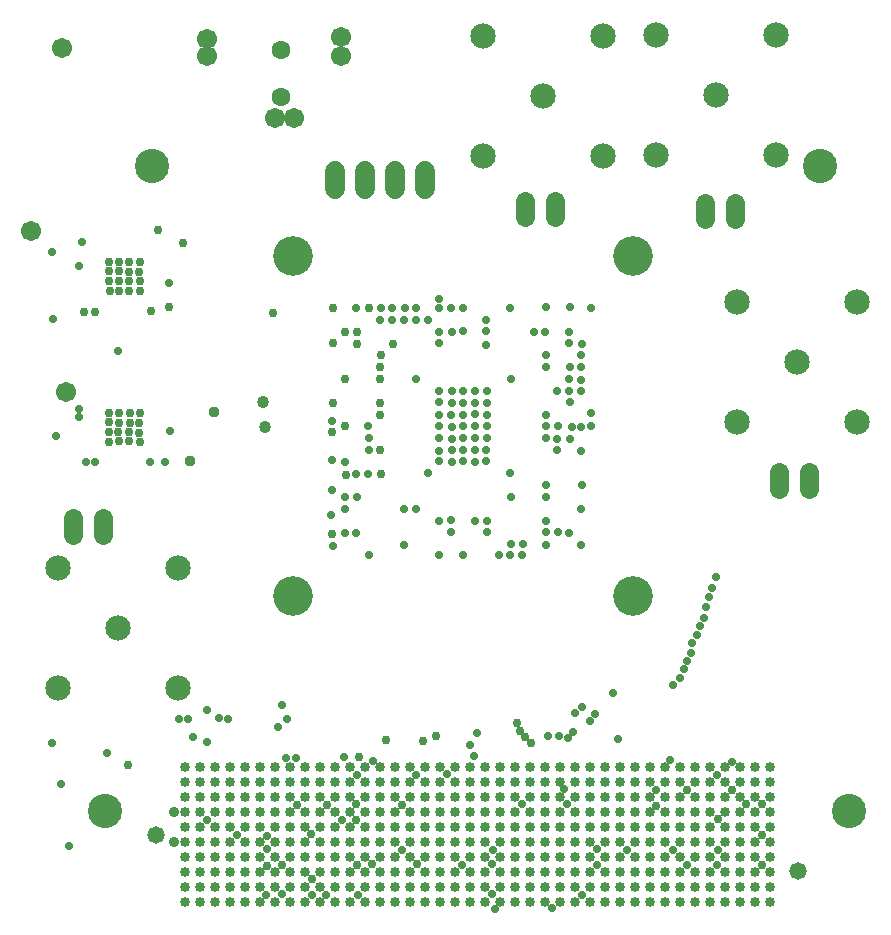
<source format=gbr>
G04 EAGLE Gerber RS-274X export*
G75*
%MOMM*%
%FSLAX34Y34*%
%LPD*%
%INSoldermask Bottom*%
%IPPOS*%
%AMOC8*
5,1,8,0,0,1.08239X$1,22.5*%
G01*
%ADD10C,3.353200*%
%ADD11C,2.903200*%
%ADD12C,2.146300*%
%ADD13C,0.843200*%
%ADD14C,1.473200*%
%ADD15C,1.603200*%
%ADD16C,1.574800*%
%ADD17C,1.727200*%
%ADD18C,0.756400*%
%ADD19C,1.703200*%
%ADD20C,1.028200*%
%ADD21C,0.706400*%
%ADD22C,0.953200*%
%ADD23C,0.878200*%


D10*
X373650Y596350D03*
X373650Y308150D03*
X661850Y308150D03*
X661850Y596350D03*
D11*
X214500Y126500D03*
X844500Y126500D03*
X254000Y672500D03*
X819500Y672500D03*
D12*
X585000Y732200D03*
X635800Y783000D03*
X534200Y783000D03*
X534200Y681400D03*
X635800Y681400D03*
X732200Y732900D03*
X783000Y783700D03*
X681400Y783700D03*
X681400Y682100D03*
X783000Y682100D03*
X800500Y506800D03*
X851300Y557600D03*
X749700Y557600D03*
X749700Y456000D03*
X851300Y456000D03*
D13*
X281850Y163650D03*
X294550Y163650D03*
X307250Y163650D03*
X319950Y163650D03*
X332650Y163650D03*
X345350Y163650D03*
X358050Y163650D03*
X370750Y163650D03*
X383450Y163650D03*
X396150Y163650D03*
X408850Y163650D03*
X421550Y163650D03*
X434250Y163650D03*
X446950Y163650D03*
X459650Y163650D03*
X472350Y163650D03*
X485050Y163650D03*
X497750Y163650D03*
X510450Y163650D03*
X523150Y163650D03*
X535850Y163650D03*
X548550Y163650D03*
X561250Y163650D03*
X573950Y163650D03*
X586650Y163650D03*
X599350Y163650D03*
X612050Y163650D03*
X624750Y163650D03*
X637450Y163650D03*
X650150Y163650D03*
X662850Y163650D03*
X675550Y163650D03*
X688250Y163650D03*
X700950Y163650D03*
X713650Y163650D03*
X726350Y163650D03*
X739050Y163650D03*
X751750Y163650D03*
X764450Y163650D03*
X777150Y163650D03*
X281850Y150950D03*
X294550Y150950D03*
X307250Y150950D03*
X319950Y150950D03*
X332650Y150950D03*
X345350Y150950D03*
X358050Y150950D03*
X370750Y150950D03*
X383450Y150950D03*
X396150Y150950D03*
X408850Y150950D03*
X421550Y150950D03*
X434250Y150950D03*
X446950Y150950D03*
X459650Y150950D03*
X472350Y150950D03*
X485050Y150950D03*
X497750Y150950D03*
X510450Y150950D03*
X523150Y150950D03*
X535850Y150950D03*
X548550Y150950D03*
X561250Y150950D03*
X573950Y150950D03*
X586650Y150950D03*
X599350Y150950D03*
X612050Y150950D03*
X624750Y150950D03*
X637450Y150950D03*
X650150Y150950D03*
X662850Y150950D03*
X675550Y150950D03*
X688250Y150950D03*
X700950Y150950D03*
X713650Y150950D03*
X726350Y150950D03*
X739050Y150950D03*
X751750Y150950D03*
X764450Y150950D03*
X777150Y150950D03*
X281850Y138250D03*
X294550Y138250D03*
X307250Y138250D03*
X319950Y138250D03*
X332650Y138250D03*
X345350Y138250D03*
X358050Y138250D03*
X370750Y138250D03*
X383450Y138250D03*
X396150Y138250D03*
X408850Y138250D03*
X421550Y138250D03*
X434250Y138250D03*
X446950Y138250D03*
X459650Y138250D03*
X472350Y138250D03*
X485050Y138250D03*
X497750Y138250D03*
X510450Y138250D03*
X523150Y138250D03*
X535850Y138250D03*
X548550Y138250D03*
X561250Y138250D03*
X573950Y138250D03*
X586650Y138250D03*
X599350Y138250D03*
X612050Y138250D03*
X624750Y138250D03*
X637450Y138250D03*
X650150Y138250D03*
X662850Y138250D03*
X675550Y138250D03*
X688250Y138250D03*
X700950Y138250D03*
X713650Y138250D03*
X726350Y138250D03*
X739050Y138250D03*
X751750Y138250D03*
X764450Y138250D03*
X777150Y138250D03*
X281850Y125550D03*
X294550Y125550D03*
X307250Y125550D03*
X319950Y125550D03*
X332650Y125550D03*
X345350Y125550D03*
X358050Y125550D03*
X370750Y125550D03*
X383450Y125550D03*
X396150Y125550D03*
X408850Y125550D03*
X421550Y125550D03*
X434250Y125550D03*
X446950Y125550D03*
X459650Y125550D03*
X472350Y125550D03*
X485050Y125550D03*
X497750Y125550D03*
X510450Y125550D03*
X523150Y125550D03*
X535850Y125550D03*
X548550Y125550D03*
X561250Y125550D03*
X573950Y125550D03*
X586650Y125550D03*
X599350Y125550D03*
X612050Y125550D03*
X624750Y125550D03*
X637450Y125550D03*
X650150Y125550D03*
X662850Y125550D03*
X675550Y125550D03*
X688250Y125550D03*
X700950Y125550D03*
X713650Y125550D03*
X726350Y125550D03*
X739050Y125550D03*
X751750Y125550D03*
X764450Y125550D03*
X777150Y125550D03*
X281850Y112850D03*
X294550Y112850D03*
X307250Y112850D03*
X319950Y112850D03*
X332650Y112850D03*
X345350Y112850D03*
X358050Y112850D03*
X370750Y112850D03*
X383450Y112850D03*
X396150Y112850D03*
X408850Y112850D03*
X421550Y112850D03*
X434250Y112850D03*
X446950Y112850D03*
X459650Y112850D03*
X472350Y112850D03*
X485050Y112850D03*
X497750Y112850D03*
X510450Y112850D03*
X523150Y112850D03*
X535850Y112850D03*
X548550Y112850D03*
X561250Y112850D03*
X573950Y112850D03*
X586650Y112850D03*
X599350Y112850D03*
X612050Y112850D03*
X624750Y112850D03*
X637450Y112850D03*
X650150Y112850D03*
X662850Y112850D03*
X675550Y112850D03*
X688250Y112850D03*
X700950Y112850D03*
X713650Y112850D03*
X726350Y112850D03*
X739050Y112850D03*
X751750Y112850D03*
X764450Y112850D03*
X777150Y112850D03*
X281850Y100150D03*
X294550Y100150D03*
X307250Y100150D03*
X319950Y100150D03*
X332650Y100150D03*
X345350Y100150D03*
X358050Y100150D03*
X370750Y100150D03*
X383450Y100150D03*
X396150Y100150D03*
X408850Y100150D03*
X421550Y100150D03*
X434250Y100150D03*
X446950Y100150D03*
X459650Y100150D03*
X472350Y100150D03*
X485050Y100150D03*
X497750Y100150D03*
X510450Y100150D03*
X523150Y100150D03*
X535850Y100150D03*
X548550Y100150D03*
X561250Y100150D03*
X573950Y100150D03*
X586650Y100150D03*
X599350Y100150D03*
X612050Y100150D03*
X624750Y100150D03*
X637450Y100150D03*
X650150Y100150D03*
X662850Y100150D03*
X675550Y100150D03*
X688250Y100150D03*
X700950Y100150D03*
X713650Y100150D03*
X726350Y100150D03*
X739050Y100150D03*
X751750Y100150D03*
X764450Y100150D03*
X777150Y100150D03*
X281850Y87450D03*
X294550Y87450D03*
X307250Y87450D03*
X319950Y87450D03*
X332650Y87450D03*
X345350Y87450D03*
X358050Y87450D03*
X370750Y87450D03*
X383450Y87450D03*
X396150Y87450D03*
X408850Y87450D03*
X421550Y87450D03*
X434250Y87450D03*
X446950Y87450D03*
X459650Y87450D03*
X472350Y87450D03*
X485050Y87450D03*
X497750Y87450D03*
X510450Y87450D03*
X523150Y87450D03*
X535850Y87450D03*
X548550Y87450D03*
X561250Y87450D03*
X573950Y87450D03*
X586650Y87450D03*
X599350Y87450D03*
X612050Y87450D03*
X624750Y87450D03*
X637450Y87450D03*
X650150Y87450D03*
X662850Y87450D03*
X675550Y87450D03*
X688250Y87450D03*
X700950Y87450D03*
X713650Y87450D03*
X726350Y87450D03*
X739050Y87450D03*
X751750Y87450D03*
X764450Y87450D03*
X777150Y87450D03*
X281850Y74750D03*
X294550Y74750D03*
X307250Y74750D03*
X319950Y74750D03*
X332650Y74750D03*
X345350Y74750D03*
X358050Y74750D03*
X370750Y74750D03*
X383450Y74750D03*
X396150Y74750D03*
X408850Y74750D03*
X421550Y74750D03*
X434250Y74750D03*
X446950Y74750D03*
X459650Y74750D03*
X472350Y74750D03*
X485050Y74750D03*
X497750Y74750D03*
X510450Y74750D03*
X523150Y74750D03*
X535850Y74750D03*
X548550Y74750D03*
X561250Y74750D03*
X573950Y74750D03*
X586650Y74750D03*
X599350Y74750D03*
X612050Y74750D03*
X624750Y74750D03*
X637450Y74750D03*
X650150Y74750D03*
X662850Y74750D03*
X675550Y74750D03*
X688250Y74750D03*
X700950Y74750D03*
X713650Y74750D03*
X726350Y74750D03*
X739050Y74750D03*
X751750Y74750D03*
X764450Y74750D03*
X777150Y74750D03*
X281850Y62050D03*
X294550Y62050D03*
X307250Y62050D03*
X319950Y62050D03*
X332650Y62050D03*
X345350Y62050D03*
X358050Y62050D03*
X370750Y62050D03*
X383450Y62050D03*
X396150Y62050D03*
X408850Y62050D03*
X421550Y62050D03*
X434250Y62050D03*
X446950Y62050D03*
X459650Y62050D03*
X472350Y62050D03*
X485050Y62050D03*
X497750Y62050D03*
X510450Y62050D03*
X523150Y62050D03*
X535850Y62050D03*
X548550Y62050D03*
X561250Y62050D03*
X573950Y62050D03*
X586650Y62050D03*
X599350Y62050D03*
X612050Y62050D03*
X624750Y62050D03*
X637450Y62050D03*
X650150Y62050D03*
X662850Y62050D03*
X675550Y62050D03*
X688250Y62050D03*
X700950Y62050D03*
X713650Y62050D03*
X726350Y62050D03*
X739050Y62050D03*
X751750Y62050D03*
X764450Y62050D03*
X777150Y62050D03*
X281850Y49350D03*
X294550Y49350D03*
X307250Y49350D03*
X319950Y49350D03*
X332650Y49350D03*
X345350Y49350D03*
X358050Y49350D03*
X370750Y49350D03*
X383450Y49350D03*
X396150Y49350D03*
X408850Y49350D03*
X421550Y49350D03*
X434250Y49350D03*
X446950Y49350D03*
X459650Y49350D03*
X472350Y49350D03*
X485050Y49350D03*
X497750Y49350D03*
X510450Y49350D03*
X523150Y49350D03*
X535850Y49350D03*
X548550Y49350D03*
X561250Y49350D03*
X573950Y49350D03*
X586650Y49350D03*
X599350Y49350D03*
X612050Y49350D03*
X624750Y49350D03*
X637450Y49350D03*
X650150Y49350D03*
X662850Y49350D03*
X675550Y49350D03*
X688250Y49350D03*
X700950Y49350D03*
X713650Y49350D03*
X726350Y49350D03*
X739050Y49350D03*
X751750Y49350D03*
X764450Y49350D03*
X777150Y49350D03*
D14*
X257610Y106500D03*
X801410Y76000D03*
D15*
X363800Y770800D03*
X363800Y730800D03*
D12*
X225800Y281500D03*
X276600Y332300D03*
X175000Y332300D03*
X175000Y230700D03*
X276600Y230700D03*
D16*
X212500Y360442D02*
X212500Y374158D01*
X187100Y374158D02*
X187100Y360442D01*
X785400Y399442D02*
X785400Y413158D01*
X810800Y413158D02*
X810800Y399442D01*
X722700Y627342D02*
X722700Y641058D01*
X748100Y641058D02*
X748100Y627342D01*
X570300Y629042D02*
X570300Y642758D01*
X595700Y642758D02*
X595700Y629042D01*
D17*
X485500Y653180D02*
X485500Y668420D01*
X460100Y668420D02*
X460100Y653180D01*
X434700Y653180D02*
X434700Y668420D01*
X409300Y668420D02*
X409300Y653180D01*
D18*
X217900Y463800D03*
X244000Y463800D03*
X217600Y455700D03*
X217700Y447200D03*
X218100Y439200D03*
X243800Y438600D03*
X243500Y446600D03*
X243700Y454700D03*
X235600Y454900D03*
X226400Y455300D03*
X225800Y447500D03*
X235200Y447000D03*
X226000Y439500D03*
X234700Y439400D03*
X226700Y463800D03*
X235500Y463700D03*
X218200Y591200D03*
X244400Y591500D03*
X218400Y567100D03*
X244000Y567000D03*
X226400Y591200D03*
X234900Y591100D03*
X218200Y583800D03*
X218200Y575300D03*
X243900Y575200D03*
X243700Y583000D03*
X234800Y582800D03*
X226500Y583300D03*
X226300Y575200D03*
X234800Y575100D03*
X234900Y566700D03*
X226700Y566700D03*
D19*
X301100Y780100D03*
X300700Y765400D03*
X414200Y781400D03*
X414100Y765800D03*
X358700Y713200D03*
X374900Y713600D03*
X152100Y617200D03*
D20*
X349700Y451200D03*
D18*
X407400Y552400D03*
X437800Y552200D03*
X427600Y532300D03*
X417900Y532300D03*
X407500Y522500D03*
X427600Y522200D03*
X447800Y512600D03*
X458000Y522300D03*
X447600Y502200D03*
X447600Y492400D03*
X407400Y472300D03*
X447500Y472000D03*
X447200Y462100D03*
X447500Y432300D03*
X417700Y452100D03*
X418300Y410900D03*
X447900Y412000D03*
D21*
X405700Y377100D03*
X417900Y361900D03*
X427200Y361800D03*
X407700Y351100D03*
X468000Y351900D03*
X497500Y560300D03*
X497400Y522400D03*
X517900Y552300D03*
X537500Y542200D03*
X557200Y552700D03*
X537400Y532600D03*
X537500Y521300D03*
X578100Y532100D03*
X587400Y532000D03*
X588200Y553100D03*
X607500Y532200D03*
X626300Y552300D03*
X607500Y522500D03*
X618100Y522300D03*
X617500Y491800D03*
X587900Y512400D03*
X587800Y502200D03*
X626300Y463800D03*
X609800Y451600D03*
X587900Y462000D03*
X607800Y441200D03*
X597600Y441700D03*
X617800Y431100D03*
X597600Y432200D03*
X587600Y402100D03*
X587500Y392000D03*
X618000Y402200D03*
X617700Y382300D03*
X597900Y362700D03*
X617600Y351900D03*
X607700Y362100D03*
X557700Y343000D03*
X538100Y372300D03*
X517800Y342900D03*
X527600Y372400D03*
X497300Y372300D03*
X507800Y372800D03*
X507500Y362300D03*
X497700Y343000D03*
X557900Y392100D03*
X477700Y492100D03*
X557900Y492300D03*
X557700Y412300D03*
X487700Y412300D03*
X497600Y472400D03*
X508000Y472200D03*
X518000Y472100D03*
X527400Y472200D03*
X537800Y472200D03*
X537600Y462200D03*
X537900Y452300D03*
X537800Y442400D03*
X537500Y432400D03*
X537400Y422600D03*
X527800Y431800D03*
X527600Y422200D03*
X517600Y422500D03*
X507900Y422300D03*
X537800Y481700D03*
X527800Y481700D03*
X527900Y462400D03*
X527900Y452100D03*
X527700Y441900D03*
X517900Y432100D03*
X508100Y432200D03*
X517900Y442100D03*
X517700Y452300D03*
X517700Y462100D03*
X518000Y481800D03*
X508000Y481900D03*
X507600Y462200D03*
X508100Y451900D03*
X507900Y441800D03*
X497600Y431600D03*
X497500Y422500D03*
X497700Y442000D03*
X497500Y452600D03*
X497500Y462100D03*
X497500Y481900D03*
D18*
X417600Y492500D03*
D21*
X478200Y381900D03*
X467800Y381900D03*
X437700Y343300D03*
D20*
X348100Y472400D03*
D18*
X234300Y165300D03*
D21*
X183900Y96800D03*
X177100Y149600D03*
D18*
X259500Y618200D03*
X280700Y607300D03*
D19*
X178400Y772900D03*
D18*
X707600Y144200D03*
X745100Y144400D03*
X681100Y130600D03*
X733200Y119400D03*
X757100Y132100D03*
X771000Y132300D03*
D19*
X181600Y481400D03*
D22*
X306700Y464000D03*
D21*
X608100Y553200D03*
X169800Y184300D03*
X269200Y448400D03*
X538300Y362300D03*
X441700Y168600D03*
X587600Y371900D03*
X504100Y157600D03*
X588000Y362500D03*
X693300Y169300D03*
X588000Y352000D03*
X745100Y168300D03*
X568100Y352200D03*
X427800Y157300D03*
X558300Y352500D03*
X523400Y182648D03*
X477900Y157000D03*
X567800Y343200D03*
X527200Y172800D03*
X681300Y144300D03*
X547800Y343100D03*
X529616Y192484D03*
X732600Y157000D03*
X497600Y532100D03*
X701400Y239300D03*
D18*
X575102Y183900D03*
X427300Y119200D03*
X351650Y80150D03*
D21*
X468400Y552400D03*
X723050Y299250D03*
D18*
X388507Y107393D03*
D21*
X497500Y552300D03*
X710700Y260500D03*
D18*
X563330Y201170D03*
X494400Y190400D03*
X427700Y80900D03*
D21*
X587700Y452400D03*
X589700Y190000D03*
X542600Y93700D03*
X607400Y491900D03*
X649066Y187034D03*
X631100Y94000D03*
X608000Y472500D03*
X624800Y203100D03*
X656300Y93700D03*
X587800Y442000D03*
X695500Y93500D03*
X617800Y512600D03*
X733300Y93800D03*
X487800Y542300D03*
X704400Y246400D03*
D18*
X570300Y189100D03*
X429400Y172400D03*
X377300Y131300D03*
D21*
X477600Y552700D03*
X718200Y282900D03*
D18*
X427300Y132400D03*
D21*
X447600Y542100D03*
X728800Y315700D03*
D18*
X452408Y186900D03*
D21*
X617700Y482100D03*
X606100Y188400D03*
X567700Y132100D03*
X607600Y482100D03*
X610800Y193200D03*
X605650Y132150D03*
X457800Y542200D03*
X721250Y290250D03*
D18*
X364450Y80750D03*
D21*
X457600Y552100D03*
X726250Y307650D03*
D18*
X389400Y68600D03*
D21*
X467800Y542400D03*
X715800Y275200D03*
D18*
X440700Y81500D03*
D21*
X477600Y542300D03*
X711900Y268600D03*
D18*
X479050Y81250D03*
D21*
X507900Y532200D03*
X695402Y233150D03*
X517100Y81200D03*
X607900Y502400D03*
X644900Y226000D03*
X542300Y81300D03*
X626300Y452200D03*
X618524Y214576D03*
X631300Y80900D03*
X617700Y502200D03*
X707500Y81200D03*
X597500Y482200D03*
X629264Y208400D03*
X732400Y80900D03*
X418000Y392200D03*
X368949Y204749D03*
X326500Y106600D03*
X418000Y422400D03*
X318600Y204800D03*
X351600Y94100D03*
X427400Y412200D03*
X376047Y171347D03*
X466100Y93400D03*
X428200Y392000D03*
X364724Y216324D03*
X301000Y118600D03*
X437200Y412100D03*
X361300Y197700D03*
X351800Y105000D03*
X418100Y382500D03*
X416600Y171800D03*
X415300Y119100D03*
X438000Y432100D03*
X300500Y185200D03*
X364700Y56300D03*
X437300Y452100D03*
X300500Y212100D03*
X401900Y55700D03*
X406400Y457000D03*
X276800Y204100D03*
X544400Y43900D03*
X406500Y423700D03*
X288900Y189500D03*
X350900Y55200D03*
X437700Y442000D03*
X311416Y204984D03*
X389900Y55600D03*
X284500Y204300D03*
X428700Y55500D03*
D18*
X406598Y447113D03*
D21*
X517800Y532500D03*
X593100Y44300D03*
X617900Y451900D03*
X612200Y209600D03*
X618600Y55500D03*
X447800Y552500D03*
X732100Y324200D03*
D18*
X402600Y131500D03*
D21*
X507600Y552400D03*
X707400Y253400D03*
D18*
X565540Y193960D03*
X483449Y186051D03*
X466100Y131700D03*
D21*
X598100Y452300D03*
X599250Y189650D03*
X603400Y144900D03*
D23*
X273200Y125600D03*
X273000Y100400D03*
D18*
X770600Y106600D03*
X770800Y81000D03*
D21*
X192900Y467100D03*
D18*
X356400Y548100D03*
D22*
X286800Y422600D03*
D21*
X192400Y460500D03*
X172800Y443700D03*
X269000Y573800D03*
X198700Y422200D03*
X206200Y422200D03*
X252500Y422000D03*
X265600Y422200D03*
D18*
X206300Y549400D03*
X253300Y549800D03*
X269000Y552800D03*
X196900Y549000D03*
D21*
X192600Y588100D03*
X170700Y543200D03*
X216600Y175700D03*
X427400Y552500D03*
D18*
X406400Y360700D03*
D21*
X406500Y398000D03*
X367722Y171222D03*
X542300Y55900D03*
X195000Y608600D03*
X169900Y599500D03*
X225400Y515800D03*
M02*

</source>
